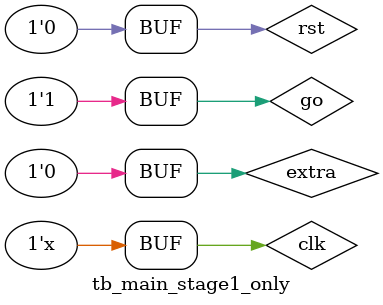
<source format=v>
`timescale 1ns / 1ps


module tb_main_stage1_only;

	// Inputs
	reg clk;
	reg rst;
	reg extra;

	// Outputs
	wire stage1;
	wire stage2;
	wire stage3;
	wire stage4;
	wire stage5;
	wire HS;
	wire VS;
	wire [3:0] red;
	wire [3:0] green;
	wire [3:0] blue;
	wire hfree;
	wire vfree;
	wire done;
	reg go;

	// Instantiate the Unit Under Test (UUT)
	main uut (
		.clk(clk), 
		.rst(rst), 
		.stage1(stage1), 
		.stage2(stage2), 
		.stage3(stage3), 
		.stage4(stage4), 
		.stage5(stage5), 
		.go(go), 
		.done(done), 
		.extra(extra)
	);

always
	begin
		#10 clk = ~clk;
	end

	initial begin
		// Initialize Inputs
		clk = 0;
		rst = 0;
		extra = 0;

		// Wait 100 ns for global reset to finish
		#100;
		rst = 1;
		#100;
		rst = 0;
		//#200000000;
      go = 1; 
		// Add stimulus here
		//$stop;
	end
      
endmodule


</source>
